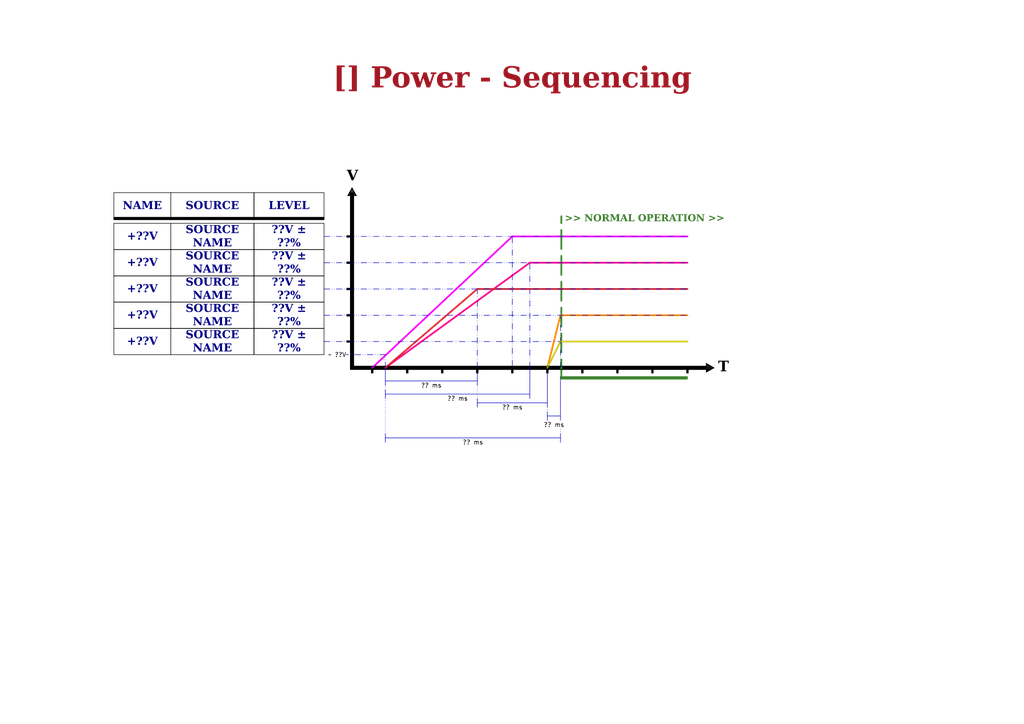
<source format=kicad_sch>
(kicad_sch
	(version 20231120)
	(generator "eeschema")
	(generator_version "8.0")
	(uuid "26e99a33-043b-499d-a26e-816ff79b487a")
	(paper "A4")
	(title_block
		(title "Power - Sequencing")
		(date "Last Modified Date")
		(rev "${REVISION}")
		(company "${COMPANY}")
	)
	(lib_symbols)
	(polyline
		(pts
			(xy 111.76 106.68) (xy 153.67 76.2)
		)
		(stroke
			(width 0.5)
			(type solid)
			(color 255 0 133 1)
		)
		(uuid "14cc31f5-5b1d-4b99-9a30-1de7f84e106d")
	)
	(polyline
		(pts
			(xy 111.76 102.87) (xy 100.33 102.87)
		)
		(stroke
			(width 0)
			(type dash_dot_dot)
		)
		(uuid "176eb350-134d-4c1a-a967-a05b371b9b92")
	)
	(polyline
		(pts
			(xy 162.56 125.73) (xy 162.56 128.27)
		)
		(stroke
			(width 0)
			(type default)
		)
		(uuid "265a5d50-44ba-48ae-a091-bd8b2830d82a")
	)
	(polyline
		(pts
			(xy 158.75 120.65) (xy 162.56 120.65)
		)
		(stroke
			(width 0)
			(type default)
		)
		(uuid "2aff2b87-d6f1-4cc0-8284-8b904b49ef36")
	)
	(polyline
		(pts
			(xy 148.59 106.172) (xy 148.59 68.58)
		)
		(stroke
			(width 0)
			(type dash_dot_dot)
		)
		(uuid "2c89142b-99fb-43b5-b9d3-03f021389fdb")
	)
	(polyline
		(pts
			(xy 93.98 99.06) (xy 199.39 99.06)
		)
		(stroke
			(width 0)
			(type dash_dot_dot)
		)
		(uuid "3c31ec5e-b221-4aec-84a3-080393b50b04")
	)
	(polyline
		(pts
			(xy 111.76 111.76) (xy 111.76 113.03)
		)
		(stroke
			(width 0)
			(type dot)
		)
		(uuid "3d394317-cd67-4649-8df5-ebc365ddbfdf")
	)
	(polyline
		(pts
			(xy 158.75 119.38) (xy 158.75 121.92)
		)
		(stroke
			(width 0)
			(type default)
		)
		(uuid "3e2e08fe-6523-4396-b274-cda6d56778e0")
	)
	(polyline
		(pts
			(xy 162.56 91.44) (xy 199.39 91.44)
		)
		(stroke
			(width 0.5)
			(type default)
			(color 252 134 0 1)
		)
		(uuid "42c654f5-ac46-4448-ba19-6c5d32d22917")
	)
	(polyline
		(pts
			(xy 93.98 68.58) (xy 199.39 68.58)
		)
		(stroke
			(width 0)
			(type dash_dot_dot)
		)
		(uuid "4388944b-41bf-4dc2-b0dd-f03016b61251")
	)
	(polyline
		(pts
			(xy 138.43 111.76) (xy 138.43 115.57)
		)
		(stroke
			(width 0)
			(type dot)
		)
		(uuid "47a9c20d-5952-4ec8-bb7e-594d55c7461b")
	)
	(polyline
		(pts
			(xy 162.56 99.06) (xy 199.39 99.06)
		)
		(stroke
			(width 0.5)
			(type default)
			(color 197 195 20 1)
		)
		(uuid "49c66179-9940-468d-b223-88985cd9871b")
	)
	(polyline
		(pts
			(xy 111.76 114.3) (xy 153.67 114.3)
		)
		(stroke
			(width 0)
			(type default)
		)
		(uuid "49e75bcf-0616-4923-874b-4bd06ede6c5d")
	)
	(polyline
		(pts
			(xy 138.43 116.84) (xy 158.75 116.84)
		)
		(stroke
			(width 0)
			(type default)
		)
		(uuid "52b595f5-a4c4-4069-bfb0-f9071850e175")
	)
	(polyline
		(pts
			(xy 93.98 83.82) (xy 199.39 83.82)
		)
		(stroke
			(width 0)
			(type dash_dot_dot)
		)
		(uuid "5421d69e-5d49-4096-96c0-82f91adfb960")
	)
	(polyline
		(pts
			(xy 162.814 109.728) (xy 162.814 62.738)
		)
		(stroke
			(width 0.5)
			(type dash)
			(color 53 123 38 1)
		)
		(uuid "571b7b03-ab02-42e5-814b-af8217374239")
	)
	(polyline
		(pts
			(xy 138.43 83.82) (xy 199.39 83.82)
		)
		(stroke
			(width 0.5)
			(type default)
			(color 218 36 44 1)
		)
		(uuid "5d0e334d-67d8-48da-b576-32c4ae5dc53d")
	)
	(polyline
		(pts
			(xy 162.56 109.22) (xy 162.56 121.92)
		)
		(stroke
			(width 0)
			(type default)
		)
		(uuid "5fce4afd-58b2-496a-8ec6-376b126b7aa5")
	)
	(polyline
		(pts
			(xy 93.98 76.2) (xy 199.39 76.2)
		)
		(stroke
			(width 0)
			(type dash_dot_dot)
		)
		(uuid "6a20c2f3-4100-47ca-84db-e03414a75c97")
	)
	(polyline
		(pts
			(xy 153.67 76.2) (xy 199.39 76.2)
		)
		(stroke
			(width 0.5)
			(type solid)
			(color 255 0 133 1)
		)
		(uuid "6f97e3ca-cb2e-48ba-b000-4d63a9fe6edc")
	)
	(polyline
		(pts
			(xy 148.59 68.58) (xy 199.39 68.58)
		)
		(stroke
			(width 0.5)
			(type default)
			(color 255 0 255 1)
		)
		(uuid "77ddfb81-3eaa-462e-a520-91e0ed6ffb6f")
	)
	(polyline
		(pts
			(xy 138.43 115.57) (xy 138.43 118.11)
		)
		(stroke
			(width 0)
			(type default)
		)
		(uuid "78700d2c-d43e-4df1-ae7e-aad5fe6eddcf")
	)
	(polyline
		(pts
			(xy 153.67 106.68) (xy 153.67 115.57)
		)
		(stroke
			(width 0)
			(type default)
		)
		(uuid "7ac002d5-aae0-4230-953a-285d2af5cafc")
	)
	(polyline
		(pts
			(xy 111.76 127) (xy 162.56 127)
		)
		(stroke
			(width 0)
			(type default)
		)
		(uuid "7dba0084-5937-47c9-8663-44e93a9bf03f")
	)
	(polyline
		(pts
			(xy 93.98 91.44) (xy 199.39 91.44)
		)
		(stroke
			(width 0)
			(type dash_dot_dot)
		)
		(uuid "91a91d82-c27c-4a2d-b046-94fb5c0f1f7a")
	)
	(polyline
		(pts
			(xy 111.76 113.03) (xy 111.76 125.73)
		)
		(stroke
			(width 0)
			(type dot)
		)
		(uuid "936cce09-ddca-49b3-9254-0455e21801ca")
	)
	(polyline
		(pts
			(xy 111.76 106.68) (xy 138.43 83.82)
		)
		(stroke
			(width 0.5)
			(type default)
			(color 218 36 44 1)
		)
		(uuid "936e4695-90d1-473f-b2e9-3925dbcc41a5")
	)
	(polyline
		(pts
			(xy 111.76 125.73) (xy 111.76 128.27)
		)
		(stroke
			(width 0)
			(type default)
		)
		(uuid "9ad0a032-a5f5-4da8-986a-f5f07d651180")
	)
	(polyline
		(pts
			(xy 162.56 106.68) (xy 162.56 91.44)
		)
		(stroke
			(width 0)
			(type dash_dot_dot)
		)
		(uuid "9bacc9d8-82df-4198-a3ae-25132c3a38e4")
	)
	(polyline
		(pts
			(xy 138.43 107.95) (xy 138.43 111.76)
		)
		(stroke
			(width 0)
			(type default)
		)
		(uuid "9c33435c-a2b5-49b2-a841-eb211fbdc289")
	)
	(polyline
		(pts
			(xy 111.76 106.68) (xy 111.76 111.76)
		)
		(stroke
			(width 0)
			(type default)
		)
		(uuid "aa007ab0-f32f-4517-85ca-adce19623b6c")
	)
	(polyline
		(pts
			(xy 162.56 124.46) (xy 162.56 125.73)
		)
		(stroke
			(width 0)
			(type dot)
		)
		(uuid "ab47f80f-2219-40dc-8971-d659594e47c6")
	)
	(polyline
		(pts
			(xy 138.43 106.68) (xy 138.43 83.82)
		)
		(stroke
			(width 0)
			(type dash_dot_dot)
		)
		(uuid "b2256ad8-52e1-467a-97eb-791649f1c7eb")
	)
	(polyline
		(pts
			(xy 107.95 106.68) (xy 148.59 68.58)
		)
		(stroke
			(width 0.5)
			(type default)
			(color 255 0 255 1)
		)
		(uuid "bb11bb7b-66c0-432b-8711-470a4ce95921")
	)
	(polyline
		(pts
			(xy 153.67 106.68) (xy 153.67 76.2)
		)
		(stroke
			(width 0)
			(type dash_dot_dot)
		)
		(uuid "ccd26a26-5b18-4319-ac93-d9d60e06ef1a")
	)
	(polyline
		(pts
			(xy 158.75 118.11) (xy 158.75 119.38)
		)
		(stroke
			(width 0)
			(type dot)
		)
		(uuid "cd587bfb-80d0-4c74-af9e-3f5fb7118487")
	)
	(polyline
		(pts
			(xy 111.76 110.49) (xy 138.43 110.49)
		)
		(stroke
			(width 0)
			(type default)
		)
		(uuid "d56fcce8-bec3-4013-997f-52db8c3ef91e")
	)
	(polyline
		(pts
			(xy 111.76 113.03) (xy 111.76 115.57)
		)
		(stroke
			(width 0)
			(type default)
		)
		(uuid "e1d95917-4ce4-46f6-a72b-b2d08b7453f7")
	)
	(polyline
		(pts
			(xy 158.75 107.95) (xy 158.75 118.11)
		)
		(stroke
			(width 0)
			(type default)
		)
		(uuid "eb35ffa1-7ea0-4f7c-b58a-cf2ad49d1835")
	)
	(polyline
		(pts
			(xy 158.75 106.68) (xy 162.56 91.44)
		)
		(stroke
			(width 0.5)
			(type default)
			(color 252 134 0 1)
		)
		(uuid "ebc6628c-4f6b-481d-8074-2818b0d5a070")
	)
	(polyline
		(pts
			(xy 158.75 106.68) (xy 162.56 99.06)
		)
		(stroke
			(width 0.5)
			(type default)
			(color 197 195 20 1)
		)
		(uuid "f456ed01-83a1-4d6b-9599-582a9c86c8ae")
	)
	(polyline
		(pts
			(xy 111.76 106.68) (xy 111.76 102.87)
		)
		(stroke
			(width 0)
			(type dash_dot_dot)
		)
		(uuid "f927dc60-c8d8-4c88-bd0c-f4986498a3fd")
	)
	(rectangle
		(start 100.584 75.946)
		(end 102.108 76.454)
		(stroke
			(width 0)
			(type default)
			(color 0 0 0 1)
		)
		(fill
			(type color)
			(color 0 0 0 1)
		)
		(uuid 08e6d16e-cddb-4437-8fb0-3f0e7e248b46)
	)
	(rectangle
		(start 33.02 62.992)
		(end 93.98 63.754)
		(stroke
			(width 0)
			(type default)
			(color 0 0 0 1)
		)
		(fill
			(type color)
			(color 0 0 0 1)
		)
		(uuid 0fed1146-388a-45bf-9011-173d26077006)
	)
	(rectangle
		(start 188.976 106.68)
		(end 189.484 108.204)
		(stroke
			(width 0)
			(type default)
			(color 0 0 0 1)
		)
		(fill
			(type color)
			(color 0 0 0 1)
		)
		(uuid 152b764a-92f4-4340-9181-68bda475581a)
	)
	(rectangle
		(start 128.016 106.68)
		(end 128.524 108.204)
		(stroke
			(width 0)
			(type default)
			(color 0 0 0 1)
		)
		(fill
			(type color)
			(color 0 0 0 1)
		)
		(uuid 18a6df7c-e723-4c6d-8a07-61ca52a10575)
	)
	(rectangle
		(start 148.336 106.68)
		(end 148.844 108.204)
		(stroke
			(width 0)
			(type default)
			(color 0 0 0 1)
		)
		(fill
			(type color)
			(color 0 0 0 1)
		)
		(uuid 4f81071d-ad8c-46b3-a505-d54760487657)
	)
	(rectangle
		(start 138.176 106.68)
		(end 138.684 108.204)
		(stroke
			(width 0)
			(type default)
			(color 0 0 0 1)
		)
		(fill
			(type color)
			(color 0 0 0 1)
		)
		(uuid 6ed763f3-a300-46bd-b03f-1ea8b12951bd)
	)
	(rectangle
		(start 178.816 106.68)
		(end 179.324 108.204)
		(stroke
			(width 0)
			(type default)
			(color 0 0 0 1)
		)
		(fill
			(type color)
			(color 0 0 0 1)
		)
		(uuid 72cdb02e-a3e5-4c0d-b269-1dde16488460)
	)
	(rectangle
		(start 100.584 98.806)
		(end 102.108 99.314)
		(stroke
			(width 0)
			(type default)
			(color 0 0 0 1)
		)
		(fill
			(type color)
			(color 0 0 0 1)
		)
		(uuid 7419fd00-7a07-4a3e-8061-e4e7d169b343)
	)
	(rectangle
		(start 158.496 106.68)
		(end 159.004 108.204)
		(stroke
			(width 0)
			(type default)
			(color 0 0 0 1)
		)
		(fill
			(type color)
			(color 0 0 0 1)
		)
		(uuid 79d3025c-d4d3-4906-97b8-bb1715e37b85)
	)
	(rectangle
		(start 100.584 68.326)
		(end 102.108 68.834)
		(stroke
			(width 0)
			(type default)
			(color 0 0 0 1)
		)
		(fill
			(type color)
			(color 0 0 0 1)
		)
		(uuid 8af0ddaf-78b5-473e-b8ac-ad3105c6b3e6)
	)
	(rectangle
		(start 117.856 106.68)
		(end 118.364 108.204)
		(stroke
			(width 0)
			(type default)
			(color 0 0 0 1)
		)
		(fill
			(type color)
			(color 0 0 0 1)
		)
		(uuid 8bb5ca1d-3fc9-4641-955a-0363e8ec7c6a)
	)
	(rectangle
		(start 162.56 109.22)
		(end 199.39 109.982)
		(stroke
			(width 0)
			(type default)
			(color 53 123 38 1)
		)
		(fill
			(type color)
			(color 53 123 38 1)
		)
		(uuid 9921e9ab-2d5b-4319-ab2f-5e2929d86731)
	)
	(rectangle
		(start 199.136 106.68)
		(end 199.644 108.204)
		(stroke
			(width 0)
			(type default)
			(color 0 0 0 1)
		)
		(fill
			(type color)
			(color 0 0 0 1)
		)
		(uuid 9ab10dd2-cea8-419e-9add-dac261974c40)
	)
	(rectangle
		(start 168.656 106.68)
		(end 169.164 108.204)
		(stroke
			(width 0)
			(type default)
			(color 0 0 0 1)
		)
		(fill
			(type color)
			(color 0 0 0 1)
		)
		(uuid a9aee80a-93ab-44df-9dac-424d9651c57b)
	)
	(rectangle
		(start 100.584 83.566)
		(end 102.108 84.074)
		(stroke
			(width 0)
			(type default)
			(color 0 0 0 1)
		)
		(fill
			(type color)
			(color 0 0 0 1)
		)
		(uuid ab5a8de0-1a61-4607-aebd-5015da52dfb6)
	)
	(rectangle
		(start 101.6 55.88)
		(end 102.616 106.934)
		(stroke
			(width 0)
			(type default)
			(color 0 0 0 1)
		)
		(fill
			(type color)
			(color 0 0 0 1)
		)
		(uuid d3a481d1-24fd-449f-b5ae-f40f2b84574f)
	)
	(rectangle
		(start 100.584 91.186)
		(end 102.108 91.694)
		(stroke
			(width 0)
			(type default)
			(color 0 0 0 1)
		)
		(fill
			(type color)
			(color 0 0 0 1)
		)
		(uuid ed22d764-a315-4db6-b4c9-9b161f0a9336)
	)
	(rectangle
		(start 101.6 106.172)
		(end 204.724 107.188)
		(stroke
			(width 0)
			(type default)
			(color 0 0 0 1)
		)
		(fill
			(type color)
			(color 0 0 0 1)
		)
		(uuid f1ee61fe-6c0a-4407-8efc-133e706c3cfb)
	)
	(rectangle
		(start 107.696 106.68)
		(end 108.204 108.204)
		(stroke
			(width 0)
			(type default)
			(color 0 0 0 1)
		)
		(fill
			(type color)
			(color 0 0 0 1)
		)
		(uuid fc7c50e8-f60b-479c-ba49-62729492c222)
	)
	(text_box "LEVEL"
		(exclude_from_sim no)
		(at 73.66 55.88 0)
		(size 20.32 7.62)
		(stroke
			(width 0)
			(type default)
			(color 0 0 0 1)
		)
		(fill
			(type none)
		)
		(effects
			(font
				(face "Times New Roman")
				(size 2.286 2.286)
				(bold yes)
				(color 0 0 127 1)
			)
		)
		(uuid "04c11455-779b-4327-8983-5cd82a1a5e29")
	)
	(text_box "+??V"
		(exclude_from_sim no)
		(at 33.02 64.77 0)
		(size 16.51 7.62)
		(stroke
			(width 0)
			(type default)
			(color 0 0 0 1)
		)
		(fill
			(type none)
		)
		(effects
			(font
				(face "Times New Roman")
				(size 2.286 2.286)
				(bold yes)
				(color 0 0 127 1)
			)
		)
		(uuid "0c001783-17b7-4f89-94f2-276e82ef94e9")
	)
	(text_box "SOURCE NAME"
		(exclude_from_sim no)
		(at 49.53 87.63 0)
		(size 24.13 7.62)
		(stroke
			(width 0)
			(type default)
			(color 0 0 0 1)
		)
		(fill
			(type none)
		)
		(effects
			(font
				(face "Times New Roman")
				(size 2.286 2.286)
				(bold yes)
				(color 0 0 127 1)
			)
		)
		(uuid "28b777f0-29ba-4418-9b37-98a7ab37b6eb")
	)
	(text_box "?? ms"
		(exclude_from_sim no)
		(at 156.21 121.92 0)
		(size 8.89 2.54)
		(stroke
			(width -0.0001)
			(type default)
		)
		(fill
			(type none)
		)
		(effects
			(font
				(size 1.27 1.27)
				(color 0 0 0 1)
			)
		)
		(uuid "2f47554e-53f1-4363-8ae0-62ecbf6e9b7f")
	)
	(text_box "?? ms"
		(exclude_from_sim no)
		(at 111.76 114.3 0)
		(size 41.91 2.54)
		(stroke
			(width -0.0001)
			(type default)
		)
		(fill
			(type none)
		)
		(effects
			(font
				(size 1.27 1.27)
				(color 0 0 0 1)
			)
		)
		(uuid "355b7b59-9272-441d-b4d0-2707ac545c22")
	)
	(text_box "??V ± ??%"
		(exclude_from_sim no)
		(at 73.66 64.77 0)
		(size 20.32 7.62)
		(stroke
			(width 0)
			(type default)
			(color 0 0 0 1)
		)
		(fill
			(type none)
		)
		(effects
			(font
				(face "Times New Roman")
				(size 2.286 2.286)
				(bold yes)
				(color 0 0 127 1)
			)
		)
		(uuid "3a364f6d-f9c0-44a8-b403-1e507263de2b")
	)
	(text_box "SOURCE NAME"
		(exclude_from_sim no)
		(at 49.53 80.01 0)
		(size 24.13 7.62)
		(stroke
			(width 0)
			(type default)
			(color 0 0 0 1)
		)
		(fill
			(type none)
		)
		(effects
			(font
				(face "Times New Roman")
				(size 2.286 2.286)
				(bold yes)
				(color 0 0 127 1)
			)
		)
		(uuid "41f8fb28-2595-4968-b5ab-f9a83f7eb8b4")
	)
	(text_box "+??V"
		(exclude_from_sim no)
		(at 33.02 87.63 0)
		(size 16.51 7.62)
		(stroke
			(width 0)
			(type default)
			(color 0 0 0 1)
		)
		(fill
			(type none)
		)
		(effects
			(font
				(face "Times New Roman")
				(size 2.286 2.286)
				(bold yes)
				(color 0 0 127 1)
			)
		)
		(uuid "4c497bcc-d023-43d6-9a3c-f742109831d3")
	)
	(text_box "+??V"
		(exclude_from_sim no)
		(at 33.02 95.25 0)
		(size 16.51 7.62)
		(stroke
			(width 0)
			(type default)
			(color 0 0 0 1)
		)
		(fill
			(type none)
		)
		(effects
			(font
				(face "Times New Roman")
				(size 2.286 2.286)
				(bold yes)
				(color 0 0 127 1)
			)
		)
		(uuid "4d6b12e0-f0d2-4ebf-8c83-afb612a210b2")
	)
	(text_box "??V ± ??%"
		(exclude_from_sim no)
		(at 73.66 87.63 0)
		(size 20.32 7.62)
		(stroke
			(width 0)
			(type default)
			(color 0 0 0 1)
		)
		(fill
			(type none)
		)
		(effects
			(font
				(face "Times New Roman")
				(size 2.286 2.286)
				(bold yes)
				(color 0 0 127 1)
			)
		)
		(uuid "54d038a6-0eb6-463c-bc22-2c25e3cef5f4")
	)
	(text_box "?? ms"
		(exclude_from_sim no)
		(at 138.43 116.84 0)
		(size 20.32 2.54)
		(stroke
			(width -0.0001)
			(type default)
		)
		(fill
			(type none)
		)
		(effects
			(font
				(size 1.27 1.27)
				(color 0 0 0 1)
			)
		)
		(uuid "643d381f-b881-4bfb-8e44-8914716b032e")
	)
	(text_box "?? ms"
		(exclude_from_sim no)
		(at 111.76 110.49 0)
		(size 26.67 2.54)
		(stroke
			(width -0.0001)
			(type default)
		)
		(fill
			(type none)
		)
		(effects
			(font
				(size 1.27 1.27)
				(color 0 0 0 1)
			)
		)
		(uuid "76a5680d-cb47-4c17-afe1-8a01a0364ff0")
	)
	(text_box "+??V"
		(exclude_from_sim no)
		(at 33.02 72.39 0)
		(size 16.51 7.62)
		(stroke
			(width 0)
			(type default)
			(color 0 0 0 1)
		)
		(fill
			(type none)
		)
		(effects
			(font
				(face "Times New Roman")
				(size 2.286 2.286)
				(bold yes)
				(color 0 0 127 1)
			)
		)
		(uuid "7a9925bb-0a82-44e9-b50e-7432195edc6d")
	)
	(text_box "??V ± ??%"
		(exclude_from_sim no)
		(at 73.66 80.01 0)
		(size 20.32 7.62)
		(stroke
			(width 0)
			(type default)
			(color 0 0 0 1)
		)
		(fill
			(type none)
		)
		(effects
			(font
				(face "Times New Roman")
				(size 2.286 2.286)
				(bold yes)
				(color 0 0 127 1)
			)
		)
		(uuid "7e9b3897-acb5-40f5-99fa-000f1452ef2d")
	)
	(text_box "▼"
		(exclude_from_sim no)
		(at 204.47 105.41 90)
		(size 2.54 2.54)
		(stroke
			(width -0.0001)
			(type default)
		)
		(fill
			(type none)
		)
		(effects
			(font
				(size 3 3)
				(color 0 0 0 1)
			)
		)
		(uuid "80ee4b67-f4fe-4c67-906e-99632b3db8ee")
	)
	(text_box "[${#}] ${TITLE}"
		(exclude_from_sim no)
		(at 80.01 16.51 0)
		(size 137.16 12.7)
		(stroke
			(width -0.0001)
			(type default)
		)
		(fill
			(type none)
		)
		(effects
			(font
				(face "Times New Roman")
				(size 6 6)
				(thickness 1.2)
				(bold yes)
				(color 162 22 34 1)
			)
		)
		(uuid "80f76b8d-52cb-49fe-9647-9cd8137cf5f3")
	)
	(text_box "~ ??V"
		(exclude_from_sim no)
		(at 93.98 101.6 0)
		(size 7.62 2.54)
		(stroke
			(width -0.0001)
			(type default)
		)
		(fill
			(type none)
		)
		(effects
			(font
				(size 1.27 1.27)
				(color 0 0 0 1)
			)
		)
		(uuid "9c6940c5-6364-4d33-abb8-9f48dde225b4")
	)
	(text_box "NAME"
		(exclude_from_sim no)
		(at 33.02 55.88 0)
		(size 16.51 7.62)
		(stroke
			(width 0)
			(type default)
			(color 0 0 0 1)
		)
		(fill
			(type none)
		)
		(effects
			(font
				(face "Times New Roman")
				(size 2.286 2.286)
				(bold yes)
				(color 0 0 127 1)
			)
		)
		(uuid "9dbd7012-aca2-4151-b01b-61672211c6fa")
	)
	(text_box "▲"
		(exclude_from_sim no)
		(at 100.838 54.102 0)
		(size 2.54 2.54)
		(stroke
			(width -0.0001)
			(type default)
		)
		(fill
			(type none)
		)
		(effects
			(font
				(size 3 3)
				(color 0 0 0 1)
			)
		)
		(uuid "a799f66a-cda3-47f5-a796-a363847c1e31")
	)
	(text_box "SOURCE NAME"
		(exclude_from_sim no)
		(at 49.53 95.25 0)
		(size 24.13 7.62)
		(stroke
			(width 0)
			(type default)
			(color 0 0 0 1)
		)
		(fill
			(type none)
		)
		(effects
			(font
				(face "Times New Roman")
				(size 2.286 2.286)
				(bold yes)
				(color 0 0 127 1)
			)
		)
		(uuid "a9378b0b-bd73-4087-b978-3d0288061c57")
	)
	(text_box "SOURCE"
		(exclude_from_sim no)
		(at 49.53 55.88 0)
		(size 24.13 7.62)
		(stroke
			(width 0)
			(type default)
			(color 0 0 0 1)
		)
		(fill
			(type none)
		)
		(effects
			(font
				(face "Times New Roman")
				(size 2.286 2.286)
				(bold yes)
				(color 0 0 127 1)
			)
		)
		(uuid "ae0da5ec-3dd1-4b36-9cbb-5309b79b18ec")
	)
	(text_box "+??V"
		(exclude_from_sim no)
		(at 33.02 80.01 0)
		(size 16.51 7.62)
		(stroke
			(width 0)
			(type default)
			(color 0 0 0 1)
		)
		(fill
			(type none)
		)
		(effects
			(font
				(face "Times New Roman")
				(size 2.286 2.286)
				(bold yes)
				(color 0 0 127 1)
			)
		)
		(uuid "baa53509-f70a-488f-a91f-d90b0a44c3ee")
	)
	(text_box "??V ± ??%"
		(exclude_from_sim no)
		(at 73.66 95.25 0)
		(size 20.32 7.62)
		(stroke
			(width 0)
			(type default)
			(color 0 0 0 1)
		)
		(fill
			(type none)
		)
		(effects
			(font
				(face "Times New Roman")
				(size 2.286 2.286)
				(bold yes)
				(color 0 0 127 1)
			)
		)
		(uuid "cfed6416-9676-4913-93f8-be33cec7ee15")
	)
	(text_box "SOURCE NAME"
		(exclude_from_sim no)
		(at 49.53 72.39 0)
		(size 24.13 7.62)
		(stroke
			(width 0)
			(type default)
			(color 0 0 0 1)
		)
		(fill
			(type none)
		)
		(effects
			(font
				(face "Times New Roman")
				(size 2.286 2.286)
				(bold yes)
				(color 0 0 127 1)
			)
		)
		(uuid "d4825f07-a07c-43f0-9267-51fb0c8beb92")
	)
	(text_box "??V ± ??%"
		(exclude_from_sim no)
		(at 73.66 72.39 0)
		(size 20.32 7.62)
		(stroke
			(width 0)
			(type default)
			(color 0 0 0 1)
		)
		(fill
			(type none)
		)
		(effects
			(font
				(face "Times New Roman")
				(size 2.286 2.286)
				(bold yes)
				(color 0 0 127 1)
			)
		)
		(uuid "dd951238-83be-49f1-b5d4-dd307bef2421")
	)
	(text_box "?? ms"
		(exclude_from_sim no)
		(at 111.76 127 0)
		(size 50.8 2.54)
		(stroke
			(width -0.0001)
			(type default)
		)
		(fill
			(type none)
		)
		(effects
			(font
				(size 1.27 1.27)
				(color 0 0 0 1)
			)
		)
		(uuid "ec41c4d8-d7f7-4738-8da7-ebebc512795e")
	)
	(text_box "SOURCE NAME"
		(exclude_from_sim no)
		(at 49.53 64.77 0)
		(size 24.13 7.62)
		(stroke
			(width 0)
			(type default)
			(color 0 0 0 1)
		)
		(fill
			(type none)
		)
		(effects
			(font
				(face "Times New Roman")
				(size 2.286 2.286)
				(bold yes)
				(color 0 0 127 1)
			)
		)
		(uuid "f44a25dd-4d06-4743-b63e-2b77b9291c46")
	)
	(text_box "Tip: you can set NetClass Colors for different voltage rails in File → Schematic Setup → Project → Net Classes"
		(exclude_from_sim no)
		(at 11.43 212.09 0)
		(size 173.99 6.35)
		(stroke
			(width -0.0001)
			(type default)
		)
		(fill
			(type none)
		)
		(effects
			(font
				(size 2.54 2.54)
				(thickness 0.381)
				(bold yes)
				(color 0 0 0 1)
			)
			(justify right top)
		)
		(uuid "f9272ea8-e49b-4c44-9339-e900b43cc231")
	)
	(text "T"
		(exclude_from_sim no)
		(at 208.28 109.22 0)
		(effects
			(font
				(face "Times New Roman")
				(size 3 3)
				(thickness 0.4)
				(bold yes)
				(color 0 0 0 1)
			)
			(justify left bottom)
		)
		(uuid "07ed78e4-598e-4d29-9310-d5f40993a83d")
	)
	(text "V"
		(exclude_from_sim no)
		(at 100.584 53.848 0)
		(effects
			(font
				(face "Times New Roman")
				(size 3 3)
				(thickness 0.4)
				(bold yes)
				(color 0 0 0 1)
			)
			(justify left bottom)
		)
		(uuid "3b126a2c-8a76-4ced-9890-b8e9f91f22ae")
	)
	(text ">> NORMAL OPERATION >>"
		(exclude_from_sim no)
		(at 163.83 65.278 0)
		(effects
			(font
				(face "Times New Roman")
				(size 2 2)
				(thickness 0.4)
				(bold yes)
				(color 53 123 38 1)
			)
			(justify left bottom)
		)
		(uuid "4eba8f2a-f80f-4e4f-9868-b3b682ed40ff")
	)
)

</source>
